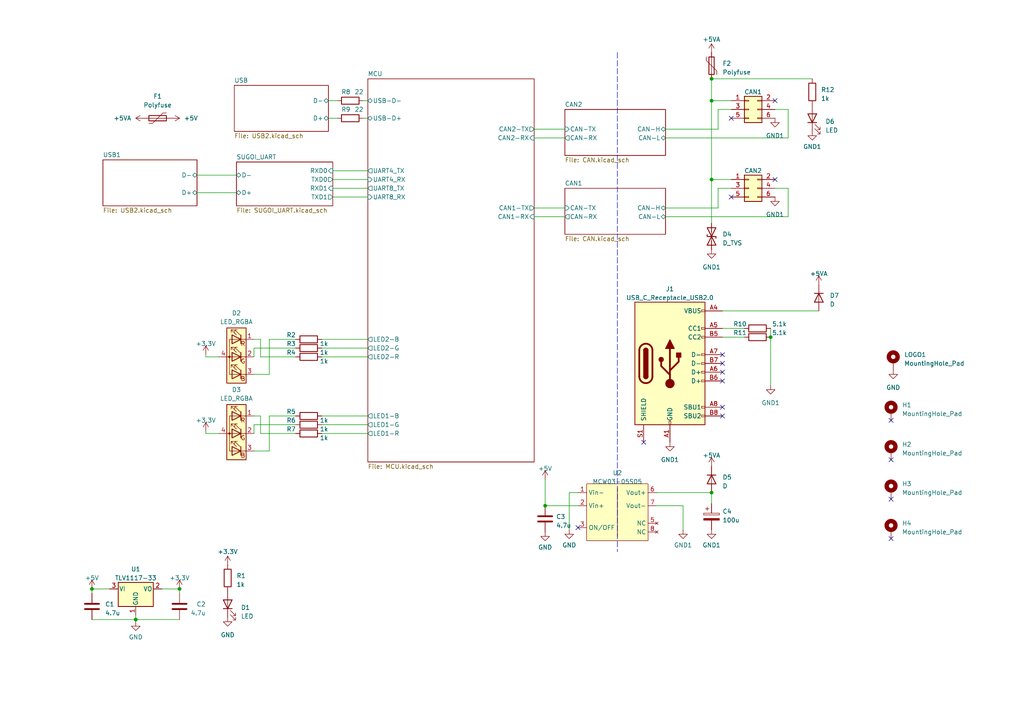
<source format=kicad_sch>
(kicad_sch (version 20231120) (generator "eeschema") (generator_version "8.0")
  (paper "A4")
  (lib_symbols
    (symbol "+5VA_1" (power) (pin_numbers hide) (pin_names (offset 0) hide)
      (property "Value" "+5VA" (at 0 3.556 0))
      (symbol "+5VA_1_0_1"
        (polyline (pts (xy -0.762 1.27) (xy 0 2.54)))
        (polyline (pts (xy 0 0) (xy 0 2.54)))
        (polyline (pts (xy 0 2.54) (xy 0.762 1.27)))
      )
      (symbol "+5VA_1_1_1"
        (pin power_in line (at 0 0 90) (length 0) (name "~") (number "1"))
      )
    )
    (symbol "+5V_1" (power) (pin_numbers hide) (pin_names (offset 0) hide)
      (property "Value" "+5V" (at 0 3.556 0))
      (symbol "+5V_1_0_1"
        (polyline (pts (xy -0.762 1.27) (xy 0 2.54)))
        (polyline (pts (xy 0 0) (xy 0 2.54)))
        (polyline (pts (xy 0 2.54) (xy 0.762 1.27)))
      )
      (symbol "+5V_1_1_1"
        (pin power_in line (at 0 0 90) (length 0) (name "~") (number "1"))
      )
    )
    (symbol "Connector:USB_C_Receptacle_USB2.0" (pin_names (offset 1.016))
      (property "Reference" "J" (at -10.16 19.05 0))
      (property "Value" "USB_C_Receptacle_USB2.0" (at 19.05 19.05 0))
      (symbol "USB_C_Receptacle_USB2.0_0_0"
        (rectangle (start -0.254 -17.78) (end 0.254 -16.764))
        (rectangle (start 10.16 -14.986) (end 9.144 -15.494))
        (rectangle (start 10.16 -12.446) (end 9.144 -12.954))
        (rectangle (start 10.16 -4.826) (end 9.144 -5.334))
        (rectangle (start 10.16 -2.286) (end 9.144 -2.794))
        (rectangle (start 10.16 0.254) (end 9.144 -0.254))
        (rectangle (start 10.16 2.794) (end 9.144 2.286))
        (rectangle (start 10.16 7.874) (end 9.144 7.366))
        (rectangle (start 10.16 10.414) (end 9.144 9.906))
        (rectangle (start 10.16 15.494) (end 9.144 14.986))
      )
      (symbol "USB_C_Receptacle_USB2.0_0_1"
        (rectangle (start -10.16 17.78) (end 10.16 -17.78) (stroke (width 0.254)) (fill (type background)))
        (arc (start -8.89 -3.81) (mid -6.985 -5.7067) (end -5.08 -3.81) (stroke (width 0.508)))
        (arc (start -7.62 -3.81) (mid -6.985 -4.4423) (end -6.35 -3.81) (stroke (width 0.254)))
        (arc (start -7.62 -3.81) (mid -6.985 -4.4423) (end -6.35 -3.81) (stroke (width 0.254)) (fill (type outline)))
        (rectangle (start -7.62 -3.81) (end -6.35 3.81) (stroke (width 0.254)) (fill (type outline)))
        (arc (start -6.35 3.81) (mid -6.985 4.4423) (end -7.62 3.81) (stroke (width 0.254)))
        (arc (start -6.35 3.81) (mid -6.985 4.4423) (end -7.62 3.81) (stroke (width 0.254)) (fill (type outline)))
        (arc (start -5.08 3.81) (mid -6.985 5.7067) (end -8.89 3.81) (stroke (width 0.508)))
        (circle (center -2.54 1.143) (radius 0.635) (stroke (width 0.254)) (fill (type outline)))
        (circle (center 0 -5.842) (radius 1.27) (fill (type outline)))
        (polyline (pts (xy -8.89 -3.81) (xy -8.89 3.81)) (stroke (width 0.508)))
        (polyline (pts (xy -5.08 3.81) (xy -5.08 -3.81)) (stroke (width 0.508)))
        (polyline (pts (xy 0 -5.842) (xy 0 4.318)) (stroke (width 0.508)))
        (polyline (pts (xy 0 -3.302) (xy -2.54 -0.762) (xy -2.54 0.508)) (stroke (width 0.508)))
        (polyline (pts (xy 0 -2.032) (xy 2.54 0.508) (xy 2.54 1.778)) (stroke (width 0.508)))
        (polyline (pts (xy -1.27 4.318) (xy 0 6.858) (xy 1.27 4.318) (xy -1.27 4.318)) (stroke (width 0.254)) (fill (type outline)))
        (rectangle (start 1.905 1.778) (end 3.175 3.048) (stroke (width 0.254)) (fill (type outline)))
      )
      (symbol "USB_C_Receptacle_USB2.0_1_1"
        (pin passive line (at 0 -22.86 90) (length 5.08) (name "GND") (number "A1"))
        (pin passive line (at 0 -22.86 90) (length 5.08) hide (name "GND") (number "A12"))
        (pin passive line (at 15.24 15.24 180) (length 5.08) (name "VBUS") (number "A4"))
        (pin bidirectional line (at 15.24 10.16 180) (length 5.08) (name "CC1") (number "A5"))
        (pin bidirectional line (at 15.24 -2.54 180) (length 5.08) (name "D+") (number "A6"))
        (pin bidirectional line (at 15.24 2.54 180) (length 5.08) (name "D-") (number "A7"))
        (pin bidirectional line (at 15.24 -12.7 180) (length 5.08) (name "SBU1") (number "A8"))
        (pin passive line (at 15.24 15.24 180) (length 5.08) hide (name "VBUS") (number "A9"))
        (pin passive line (at 0 -22.86 90) (length 5.08) hide (name "GND") (number "B1"))
        (pin passive line (at 0 -22.86 90) (length 5.08) hide (name "GND") (number "B12"))
        (pin passive line (at 15.24 15.24 180) (length 5.08) hide (name "VBUS") (number "B4"))
        (pin bidirectional line (at 15.24 7.62 180) (length 5.08) (name "CC2") (number "B5"))
        (pin bidirectional line (at 15.24 -5.08 180) (length 5.08) (name "D+") (number "B6"))
        (pin bidirectional line (at 15.24 0 180) (length 5.08) (name "D-") (number "B7"))
        (pin bidirectional line (at 15.24 -15.24 180) (length 5.08) (name "SBU2") (number "B8"))
        (pin passive line (at 15.24 15.24 180) (length 5.08) hide (name "VBUS") (number "B9"))
        (pin passive line (at -7.62 -22.86 90) (length 5.08) (name "SHIELD") (number "S1"))
      )
    )
    (symbol "Connector_Generic:Conn_02x03_Odd_Even" (pin_names (offset 1.016) hide)
      (property "Reference" "J" (at 1.27 5.08 0))
      (property "Value" "Conn_02x03_Odd_Even" (at 1.27 -5.08 0))
      (symbol "Conn_02x03_Odd_Even_1_1"
        (rectangle (start -1.27 -2.413) (end 0 -2.667) (stroke (width 0.1524)))
        (rectangle (start -1.27 0.127) (end 0 -0.127) (stroke (width 0.1524)))
        (rectangle (start -1.27 2.667) (end 0 2.413) (stroke (width 0.1524)))
        (rectangle (start -1.27 3.81) (end 3.81 -3.81) (stroke (width 0.254)) (fill (type background)))
        (rectangle (start 3.81 -2.413) (end 2.54 -2.667) (stroke (width 0.1524)))
        (rectangle (start 3.81 0.127) (end 2.54 -0.127) (stroke (width 0.1524)))
        (rectangle (start 3.81 2.667) (end 2.54 2.413) (stroke (width 0.1524)))
        (pin passive line (at -5.08 2.54 0) (length 3.81) (name "Pin_1") (number "1"))
        (pin passive line (at 7.62 2.54 180) (length 3.81) (name "Pin_2") (number "2"))
        (pin passive line (at -5.08 0 0) (length 3.81) (name "Pin_3") (number "3"))
        (pin passive line (at 7.62 0 180) (length 3.81) (name "Pin_4") (number "4"))
        (pin passive line (at -5.08 -2.54 0) (length 3.81) (name "Pin_5") (number "5"))
        (pin passive line (at 7.62 -2.54 180) (length 3.81) (name "Pin_6") (number "6"))
      )
    )
    (symbol "Device:C" (pin_numbers hide) (pin_names (offset 0.254))
      (property "Reference" "C" (at 0.635 2.54 0))
      (property "Value" "C" (at 0.635 -2.54 0))
      (symbol "C_0_1"
        (polyline (pts (xy -2.032 -0.762) (xy 2.032 -0.762)) (stroke (width 0.508)))
        (polyline (pts (xy -2.032 0.762) (xy 2.032 0.762)) (stroke (width 0.508)))
      )
      (symbol "C_1_1"
        (pin passive line (at 0 3.81 270) (length 2.794) (name "~") (number "1"))
        (pin passive line (at 0 -3.81 90) (length 2.794) (name "~") (number "2"))
      )
    )
    (symbol "Device:C_Polarized" (pin_numbers hide) (pin_names (offset 0.254))
      (property "Reference" "C" (at 0.635 2.54 0))
      (property "Value" "C_Polarized" (at 0.635 -2.54 0))
      (symbol "C_Polarized_0_1"
        (rectangle (start -2.286 0.508) (end 2.286 1.016))
        (polyline (pts (xy -1.778 2.286) (xy -0.762 2.286)))
        (polyline (pts (xy -1.27 2.794) (xy -1.27 1.778)))
        (rectangle (start 2.286 -0.508) (end -2.286 -1.016) (fill (type outline)))
      )
      (symbol "C_Polarized_1_1"
        (pin passive line (at 0 3.81 270) (length 2.794) (name "~") (number "1"))
        (pin passive line (at 0 -3.81 90) (length 2.794) (name "~") (number "2"))
      )
    )
    (symbol "Device:D" (pin_numbers hide) (pin_names (offset 1.016) hide)
      (property "Reference" "D" (at 0 2.54 0))
      (property "Value" "D" (at 0 -2.54 0))
      (symbol "D_0_1"
        (polyline (pts (xy -1.27 1.27) (xy -1.27 -1.27)) (stroke (width 0.254)))
        (polyline (pts (xy 1.27 0) (xy -1.27 0)))
        (polyline (pts (xy 1.27 1.27) (xy 1.27 -1.27) (xy -1.27 0) (xy 1.27 1.27)) (stroke (width 0.254)))
      )
      (symbol "D_1_1"
        (pin passive line (at -3.81 0 0) (length 2.54) (name "K") (number "1"))
        (pin passive line (at 3.81 0 180) (length 2.54) (name "A") (number "2"))
      )
    )
    (symbol "Device:D_TVS" (pin_numbers hide) (pin_names (offset 1.016) hide)
      (property "Reference" "D" (at 0 2.54 0))
      (property "Value" "D_TVS" (at 0 -2.54 0))
      (symbol "D_TVS_0_1"
        (polyline (pts (xy 1.27 0) (xy -1.27 0)))
        (polyline (pts (xy 0.508 1.27) (xy 0 1.27) (xy 0 -1.27) (xy -0.508 -1.27)) (stroke (width 0.254)))
        (polyline (pts (xy -2.54 1.27) (xy -2.54 -1.27) (xy 2.54 1.27) (xy 2.54 -1.27) (xy -2.54 1.27)) (stroke (width 0.254)))
      )
      (symbol "D_TVS_1_1"
        (pin passive line (at -3.81 0 0) (length 2.54) (name "A1") (number "1"))
        (pin passive line (at 3.81 0 180) (length 2.54) (name "A2") (number "2"))
      )
    )
    (symbol "Device:LED" (pin_numbers hide) (pin_names (offset 1.016) hide)
      (property "Reference" "D" (at 0 2.54 0))
      (property "Value" "LED" (at 0 -2.54 0))
      (symbol "LED_0_1"
        (polyline (pts (xy -1.27 -1.27) (xy -1.27 1.27)) (stroke (width 0.254)))
        (polyline (pts (xy -1.27 0) (xy 1.27 0)))
        (polyline (pts (xy 1.27 -1.27) (xy 1.27 1.27) (xy -1.27 0) (xy 1.27 -1.27)) (stroke (width 0.254)))
        (polyline (pts (xy -3.048 -0.762) (xy -4.572 -2.286) (xy -3.81 -2.286) (xy -4.572 -2.286) (xy -4.572 -1.524)))
        (polyline (pts (xy -1.778 -0.762) (xy -3.302 -2.286) (xy -2.54 -2.286) (xy -3.302 -2.286) (xy -3.302 -1.524)))
      )
      (symbol "LED_1_1"
        (pin passive line (at -3.81 0 0) (length 2.54) (name "K") (number "1"))
        (pin passive line (at 3.81 0 180) (length 2.54) (name "A") (number "2"))
      )
    )
    (symbol "Device:LED_RGBA" (pin_names (offset 0) hide)
      (property "Reference" "D" (at 0 9.398 0))
      (property "Value" "LED_RGBA" (at 0 -8.89 0))
      (symbol "LED_RGBA_0_0"
        (text "B" (at -1.905 -6.35 0) (effects (font (size 1.27 1.27))))
        (text "G" (at -1.905 -1.27 0) (effects (font (size 1.27 1.27))))
        (text "R" (at -1.905 3.81 0) (effects (font (size 1.27 1.27))))
      )
      (symbol "LED_RGBA_0_1"
        (polyline (pts (xy -1.27 -5.08) (xy -2.54 -5.08)))
        (polyline (pts (xy -1.27 -5.08) (xy 1.27 -5.08)))
        (polyline (pts (xy -1.27 -3.81) (xy -1.27 -6.35)) (stroke (width 0.254)))
        (polyline (pts (xy -1.27 0) (xy -2.54 0)))
        (polyline (pts (xy -1.27 1.27) (xy -1.27 -1.27)) (stroke (width 0.254)))
        (polyline (pts (xy -1.27 5.08) (xy -2.54 5.08)))
        (polyline (pts (xy -1.27 5.08) (xy 1.27 5.08)))
        (polyline (pts (xy -1.27 6.35) (xy -1.27 3.81)) (stroke (width 0.254)))
        (polyline (pts (xy 1.27 0) (xy -1.27 0)))
        (polyline (pts (xy 1.27 0) (xy 2.54 0)))
        (polyline (pts (xy -1.27 1.27) (xy -1.27 -1.27) (xy -1.27 -1.27)))
        (polyline (pts (xy -1.27 6.35) (xy -1.27 3.81) (xy -1.27 3.81)))
        (polyline (pts (xy 1.27 -5.08) (xy 2.032 -5.08) (xy 2.032 5.08) (xy 1.27 5.08)))
        (polyline (pts (xy 1.27 -3.81) (xy 1.27 -6.35) (xy -1.27 -5.08) (xy 1.27 -3.81)) (stroke (width 0.254)))
        (polyline (pts (xy 1.27 1.27) (xy 1.27 -1.27) (xy -1.27 0) (xy 1.27 1.27)) (stroke (width 0.254)))
        (polyline (pts (xy 1.27 6.35) (xy 1.27 3.81) (xy -1.27 5.08) (xy 1.27 6.35)) (stroke (width 0.254)))
        (polyline (pts (xy -1.016 -3.81) (xy 0.508 -2.286) (xy -0.254 -2.286) (xy 0.508 -2.286) (xy 0.508 -3.048)))
        (polyline (pts (xy -1.016 1.27) (xy 0.508 2.794) (xy -0.254 2.794) (xy 0.508 2.794) (xy 0.508 2.032)))
        (polyline (pts (xy -1.016 6.35) (xy 0.508 7.874) (xy -0.254 7.874) (xy 0.508 7.874) (xy 0.508 7.112)))
        (polyline (pts (xy 0 -3.81) (xy 1.524 -2.286) (xy 0.762 -2.286) (xy 1.524 -2.286) (xy 1.524 -3.048)))
        (polyline (pts (xy 0 1.27) (xy 1.524 2.794) (xy 0.762 2.794) (xy 1.524 2.794) (xy 1.524 2.032)))
        (polyline (pts (xy 0 6.35) (xy 1.524 7.874) (xy 0.762 7.874) (xy 1.524 7.874) (xy 1.524 7.112)))
        (rectangle (start 1.27 -1.27) (end 1.27 1.27))
        (rectangle (start 1.27 1.27) (end 1.27 1.27))
        (rectangle (start 1.27 3.81) (end 1.27 6.35))
        (rectangle (start 1.27 6.35) (end 1.27 6.35))
        (circle (center 2.032 0) (radius 0.254) (fill (type outline)))
        (rectangle (start 2.794 8.382) (end -2.794 -7.62) (stroke (width 0.254)) (fill (type background)))
      )
      (symbol "LED_RGBA_1_1"
        (pin passive line (at -5.08 5.08 0) (length 2.54) (name "RK") (number "1"))
        (pin passive line (at -5.08 0 0) (length 2.54) (name "GK") (number "2"))
        (pin passive line (at -5.08 -5.08 0) (length 2.54) (name "BK") (number "3"))
        (pin passive line (at 5.08 0 180) (length 2.54) (name "A") (number "4"))
      )
    )
    (symbol "Device:Polyfuse" (pin_numbers hide) (pin_names (offset 0))
      (property "Reference" "F" (at -2.54 0 90))
      (property "Value" "Polyfuse" (at 2.54 0 90))
      (symbol "Polyfuse_0_1"
        (rectangle (start -0.762 2.54) (end 0.762 -2.54) (stroke (width 0.254)))
        (polyline (pts (xy 0 2.54) (xy 0 -2.54)))
        (polyline (pts (xy -1.524 2.54) (xy -1.524 1.524) (xy 1.524 -1.524) (xy 1.524 -2.54)))
      )
      (symbol "Polyfuse_1_1"
        (pin passive line (at 0 3.81 270) (length 1.27) (name "~") (number "1"))
        (pin passive line (at 0 -3.81 90) (length 1.27) (name "~") (number "2"))
      )
    )
    (symbol "Device:R" (pin_numbers hide) (pin_names (offset 0))
      (property "Reference" "R" (at 2.032 0 90))
      (property "Value" "R" (at 0 0 90))
      (symbol "R_0_1"
        (rectangle (start -1.016 -2.54) (end 1.016 2.54) (stroke (width 0.254)))
      )
      (symbol "R_1_1"
        (pin passive line (at 0 3.81 270) (length 1.27) (name "~") (number "1"))
        (pin passive line (at 0 -3.81 90) (length 1.27) (name "~") (number "2"))
      )
    )
    (symbol "Mechanical:MountingHole_Pad" (pin_numbers hide) (pin_names (offset 1.016) hide)
      (property "Reference" "H" (at 0 6.35 0))
      (property "Value" "MountingHole_Pad" (at 0 4.445 0))
      (symbol "MountingHole_Pad_0_1"
        (circle (center 0 1.27) (radius 1.27) (stroke (width 1.27)))
      )
      (symbol "MountingHole_Pad_1_1"
        (pin input line (at 0 -2.54 90) (length 2.54) (name "1") (number "1"))
      )
    )
    (symbol "Regulator_Linear:TLV1117-33" (pin_names (offset 0.254))
      (property "Reference" "U" (at -3.81 3.175 0))
      (property "Value" "TLV1117-33" (at 0 3.175 0))
      (symbol "TLV1117-33_0_1"
        (rectangle (start -5.08 -5.08) (end 5.08 1.905) (stroke (width 0.254)) (fill (type background)))
      )
      (symbol "TLV1117-33_1_1"
        (pin power_in line (at 0 -7.62 90) (length 2.54) (name "GND") (number "1"))
        (pin power_out line (at 7.62 0 180) (length 2.54) (name "VO") (number "2"))
        (pin power_in line (at -7.62 0 0) (length 2.54) (name "VI") (number "3"))
      )
    )
    (symbol "Robocon_Analog:MCWI03-12S05"
      (property "Reference" "U" (at 0 0 0))
      (property "Value" "MCW03-05S05" (at 0 0 0))
      (symbol "MCWI03-12S05_0_1"
        (rectangle (start -8.89 -1.27) (end 8.89 -17.78) (fill (type background)))
        (polyline (pts (xy 0 -2.54) (xy 0 -16.51)))
      )
      (symbol "MCWI03-12S05_1_1"
        (pin power_in line (at -11.43 -3.81 0) (length 2.54) (name "Vin-") (number "1"))
        (pin power_in line (at -11.43 -7.62 0) (length 2.54) (name "Vin+") (number "2"))
        (pin input line (at -11.43 -13.97 0) (length 2.54) (name "ON/OFF") (number "3"))
        (pin no_connect line (at 11.43 -12.7 180) (length 2.54) (name "NC") (number "5"))
        (pin power_out line (at 11.43 -3.81 180) (length 2.54) (name "Vout+") (number "6"))
        (pin power_out line (at 11.43 -7.62 180) (length 2.54) (name "Vout-") (number "7"))
        (pin no_connect line (at 11.43 -15.24 180) (length 2.54) (name "NC") (number "8"))
      )
    )
    (symbol "power:+3.3V" (power) (pin_names (offset 0))
      (property "Value" "+3.3V" (at 0 3.556 0))
      (symbol "+3.3V_0_1"
        (polyline (pts (xy -0.762 1.27) (xy 0 2.54)))
        (polyline (pts (xy 0 0) (xy 0 2.54)))
        (polyline (pts (xy 0 2.54) (xy 0.762 1.27)))
      )
      (symbol "+3.3V_1_1"
        (pin power_in line (at 0 0 90) (length 0) hide (name "+3.3V") (number "1"))
      )
    )
    (symbol "power:+5V" (power) (pin_names (offset 0))
      (property "Value" "+5V" (at 0 3.556 0))
      (symbol "+5V_0_1"
        (polyline (pts (xy -0.762 1.27) (xy 0 2.54)))
        (polyline (pts (xy 0 0) (xy 0 2.54)))
        (polyline (pts (xy 0 2.54) (xy 0.762 1.27)))
      )
      (symbol "+5V_1_1"
        (pin power_in line (at 0 0 90) (length 0) hide (name "+5V") (number "1"))
      )
    )
    (symbol "power:+5VA" (power) (pin_names (offset 0))
      (property "Value" "+5VA" (at 0 3.556 0))
      (symbol "+5VA_0_1"
        (polyline (pts (xy -0.762 1.27) (xy 0 2.54)))
        (polyline (pts (xy 0 0) (xy 0 2.54)))
        (polyline (pts (xy 0 2.54) (xy 0.762 1.27)))
      )
      (symbol "+5VA_1_1"
        (pin power_in line (at 0 0 90) (length 0) hide (name "+5VA") (number "1"))
      )
    )
    (symbol "power:GND" (power) (pin_names (offset 0))
      (property "Value" "GND" (at 0 -3.81 0))
      (symbol "GND_0_1"
        (polyline (pts (xy 0 0) (xy 0 -1.27) (xy 1.27 -1.27) (xy 0 -2.54) (xy -1.27 -1.27) (xy 0 -1.27)))
      )
      (symbol "GND_1_1"
        (pin power_in line (at 0 0 270) (length 0) hide (name "GND") (number "1"))
      )
    )
    (symbol "power:GND1" (power) (pin_names (offset 0))
      (property "Value" "GND1" (at 0 -3.81 0))
      (symbol "GND1_0_1"
        (polyline (pts (xy 0 0) (xy 0 -1.27) (xy 1.27 -1.27) (xy 0 -2.54) (xy -1.27 -1.27) (xy 0 -1.27)))
      )
      (symbol "GND1_1_1"
        (pin power_in line (at 0 0 270) (length 0) hide (name "GND1") (number "1"))
      )
    )
  )
  (junction (at 52.07 170.815))
  (junction (at 223.52 97.79))
  (junction (at 206.375 52.07))
  (junction (at 26.67 170.815))
  (junction (at 39.37 179.705))
  (junction (at 206.375 22.86))
  (junction (at 206.375 142.875))
  (junction (at 206.375 29.21))
  (junction (at 158.115 146.685))
  (no_connect (at 258.445 121.92))
  (no_connect (at 258.445 133.35))
  (no_connect (at 224.79 52.07))
  (no_connect (at 209.55 102.87))
  (no_connect (at 209.55 107.95))
  (no_connect (at 209.55 105.41))
  (no_connect (at 212.09 57.15))
  (no_connect (at 224.79 29.21))
  (no_connect (at 209.55 118.11))
  (no_connect (at 258.445 144.78))
  (no_connect (at 258.445 156.21))
  (no_connect (at 167.64 153.035))
  (no_connect (at 186.69 128.27))
  (no_connect (at 209.55 120.65))
  (no_connect (at 209.55 110.49))
  (no_connect (at 212.09 34.29))
  (wire (pts (xy 224.79 54.61) (xy 228.6 54.61)))
  (wire (pts (xy 46.99 170.815) (xy 52.07 170.815)))
  (wire (pts (xy 75.565 120.65) (xy 75.565 125.73)))
  (wire (pts (xy 39.37 180.34) (xy 39.37 179.705)))
  (wire (pts (xy 73.66 98.425) (xy 75.565 98.425)))
  (wire (pts (xy 52.07 170.815) (xy 52.07 172.085)))
  (wire (pts (xy 206.375 22.86) (xy 206.375 29.21)))
  (wire (pts (xy 26.67 170.815) (xy 31.75 170.815)))
  (wire (pts (xy 93.345 123.19) (xy 106.68 123.19)))
  (wire (pts (xy 193.04 60.325) (xy 208.28 60.325)))
  (wire (pts (xy 154.94 40.005) (xy 163.83 40.005)))
  (wire (pts (xy 96.52 52.07) (xy 106.68 52.07)))
  (wire (pts (xy 73.66 100.965) (xy 73.66 103.505)))
  (wire (pts (xy 78.105 98.425) (xy 85.725 98.425)))
  (wire (pts (xy 208.28 31.75) (xy 212.09 31.75)))
  (wire (pts (xy 59.69 125.095) (xy 59.69 125.73)))
  (wire (pts (xy 78.105 120.65) (xy 85.725 120.65)))
  (polyline (pts (xy 179.07 15.24) (xy 179.07 160.02)) (stroke (width 0) (type dash)))
  (wire (pts (xy 165.1 153.67) (xy 165.1 142.875)))
  (wire (pts (xy 26.67 170.815) (xy 26.67 172.085)))
  (wire (pts (xy 57.15 50.8) (xy 68.58 50.8)))
  (wire (pts (xy 154.94 60.325) (xy 163.83 60.325)))
  (wire (pts (xy 206.375 29.21) (xy 206.375 52.07)))
  (wire (pts (xy 93.345 100.965) (xy 106.68 100.965)))
  (wire (pts (xy 73.66 120.65) (xy 75.565 120.65)))
  (wire (pts (xy 59.69 125.73) (xy 63.5 125.73)))
  (wire (pts (xy 59.69 103.505) (xy 63.5 103.505)))
  (wire (pts (xy 223.52 95.25) (xy 223.52 97.79)))
  (wire (pts (xy 78.105 98.425) (xy 78.105 108.585)))
  (wire (pts (xy 73.66 130.81) (xy 78.105 130.81)))
  (wire (pts (xy 96.52 57.15) (xy 106.68 57.15)))
  (wire (pts (xy 75.565 125.73) (xy 85.725 125.73)))
  (wire (pts (xy 96.52 54.61) (xy 106.68 54.61)))
  (wire (pts (xy 158.115 146.685) (xy 167.64 146.685)))
  (wire (pts (xy 106.68 125.73) (xy 93.345 125.73)))
  (wire (pts (xy 59.69 102.87) (xy 59.69 103.505)))
  (wire (pts (xy 154.94 62.865) (xy 163.83 62.865)))
  (wire (pts (xy 198.12 146.685) (xy 198.12 153.67)))
  (wire (pts (xy 228.6 54.61) (xy 228.6 62.865)))
  (wire (pts (xy 206.375 29.21) (xy 212.09 29.21)))
  (wire (pts (xy 206.375 22.86) (xy 235.585 22.86)))
  (wire (pts (xy 209.55 97.79) (xy 215.9 97.79)))
  (wire (pts (xy 209.55 95.25) (xy 215.9 95.25)))
  (wire (pts (xy 165.1 142.875) (xy 167.64 142.875)))
  (wire (pts (xy 73.66 108.585) (xy 78.105 108.585)))
  (wire (pts (xy 206.375 52.07) (xy 206.375 64.77)))
  (wire (pts (xy 208.28 54.61) (xy 208.28 60.325)))
  (wire (pts (xy 193.04 62.865) (xy 228.6 62.865)))
  (wire (pts (xy 158.115 139.065) (xy 158.115 146.685)))
  (wire (pts (xy 57.15 55.88) (xy 68.58 55.88)))
  (wire (pts (xy 105.41 34.29) (xy 106.68 34.29)))
  (wire (pts (xy 228.6 31.75) (xy 228.6 40.005)))
  (wire (pts (xy 85.725 100.965) (xy 73.66 100.965)))
  (wire (pts (xy 206.375 52.07) (xy 212.09 52.07)))
  (wire (pts (xy 93.345 120.65) (xy 106.68 120.65)))
  (wire (pts (xy 75.565 103.505) (xy 85.725 103.505)))
  (wire (pts (xy 73.66 123.19) (xy 73.66 125.73)))
  (wire (pts (xy 93.345 98.425) (xy 106.68 98.425)))
  (wire (pts (xy 209.55 90.17) (xy 237.49 90.17)))
  (wire (pts (xy 26.67 179.705) (xy 39.37 179.705)))
  (wire (pts (xy 96.52 49.53) (xy 106.68 49.53)))
  (wire (pts (xy 85.725 123.19) (xy 73.66 123.19)))
  (wire (pts (xy 75.565 98.425) (xy 75.565 103.505)))
  (wire (pts (xy 206.375 146.05) (xy 206.375 142.875)))
  (wire (pts (xy 52.07 179.705) (xy 39.37 179.705)))
  (wire (pts (xy 193.04 37.465) (xy 208.28 37.465)))
  (wire (pts (xy 208.28 31.75) (xy 208.28 37.465)))
  (wire (pts (xy 105.41 29.21) (xy 106.68 29.21)))
  (wire (pts (xy 95.25 29.21) (xy 97.79 29.21)))
  (wire (pts (xy 154.94 37.465) (xy 163.83 37.465)))
  (wire (pts (xy 95.25 34.29) (xy 97.79 34.29)))
  (wire (pts (xy 78.105 120.65) (xy 78.105 130.81)))
  (wire (pts (xy 208.28 54.61) (xy 212.09 54.61)))
  (wire (pts (xy 206.375 142.875) (xy 190.5 142.875)))
  (wire (pts (xy 190.5 146.685) (xy 198.12 146.685)))
  (wire (pts (xy 39.37 179.705) (xy 39.37 178.435)))
  (wire (pts (xy 223.52 97.79) (xy 223.52 111.76)))
  (wire (pts (xy 193.04 40.005) (xy 228.6 40.005)))
  (wire (pts (xy 224.79 31.75) (xy 228.6 31.75)))
  (wire (pts (xy 93.345 103.505) (xy 106.68 103.505)))
  (symbol (lib_id "power:GND1") (at 224.79 57.15 0) (unit 1)
    (property "Reference" "#PWR021" (effects (hide yes)))
    (property "Value" "GND1" (at 224.79 62.23 0))
  )
  (symbol (lib_id "Device:LED") (at 66.04 175.26 90) (unit 1)
    (property "Reference" "D1" (at 69.85 176.2125 90) (effects (justify right)))
    (property "Value" "LED" (at 69.85 178.7525 90) (effects (justify right)))
    (property "Footprint" "LED_SMD:LED_0603_1608Metric_Pad1.05x0.95mm_HandSolder" (effects (hide yes)))
  )
  (symbol (lib_id "Mechanical:MountingHole_Pad") (at 258.445 153.67 0) (unit 1)
    (property "Reference" "H4" (at 261.62 151.765 0) (effects (justify left)))
    (property "Value" "MountingHole_Pad" (at 261.62 154.305 0) (effects (justify left)))
    (property "Footprint" "MountingHole:MountingHole_3.2mm_M3_ISO14580_Pad" (effects (hide yes)))
  )
  (symbol (lib_id "power:+5VA") (at 237.49 82.55 0) (unit 1)
    (property "Reference" "#PWR023" (effects (hide yes)))
    (property "Value" "+5VA" (at 237.49 79.375 0))
  )
  (symbol (lib_id "power:GND") (at 259.08 107.315 0) (unit 1)
    (property "Reference" "#PWR024" (effects (hide yes)))
    (property "Value" "GND" (at 259.08 112.395 0))
  )
  (symbol (lib_id "power:+3.3V") (at 59.69 125.095 0) (unit 1)
    (property "Reference" "#PWR07" (effects (hide yes)))
    (property "Value" "+3.3V" (at 59.69 121.92 0))
  )
  (symbol (lib_id "Device:C") (at 26.67 175.895 0) (unit 1)
    (property "Reference" "C1" (at 30.48 175.26 0) (effects (justify left)))
    (property "Value" "4.7u" (at 30.48 177.8 0) (effects (justify left)))
    (property "Footprint" "Capacitor_SMD:C_0805_2012Metric_Pad1.18x1.45mm_HandSolder" (effects (hide yes)))
  )
  (symbol (lib_id "Connector:USB_C_Receptacle_USB2.0") (at 194.31 105.41 0) (unit 1)
    (property "Reference" "J1" (at 194.31 83.82 0))
    (property "Value" "USB_C_Receptacle_USB2.0" (at 194.31 86.36 0))
    (property "Footprint" "Connector_USB:USB_C_Receptacle_GCT_USB4105-xx-A_16P_TopMnt_Horizontal" (effects (hide yes)))
    (property "Datasheet" "https://www.usb.org/sites/default/files/documents/usb_type-c.zip" (effects (hide yes)))
  )
  (symbol (lib_id "Device:C_Polarized") (at 206.375 149.86 0) (unit 1)
    (property "Reference" "C4" (at 209.55 148.336 0) (effects (justify left)))
    (property "Value" "100u" (at 209.55 150.876 0) (effects (justify left)))
    (property "Footprint" "Capacitor_SMD:CP_Elec_6.3x7.7" (effects (hide yes)))
  )
  (symbol (lib_id "Device:R") (at 101.6 34.29 90) (unit 1)
    (property "Reference" "R9" (at 100.33 31.75 90))
    (property "Value" "22" (at 104.14 31.75 90))
    (property "Footprint" "Resistor_SMD:R_0603_1608Metric_Pad0.98x0.95mm_HandSolder" (effects (hide yes)))
  )
  (symbol (lib_id "Mechanical:MountingHole_Pad") (at 259.08 104.775 0) (unit 1)
    (property "Reference" "LOGO1" (at 262.255 102.87 0) (effects (justify left)))
    (property "Value" "MountingHole_Pad" (at 262.255 105.41 0) (effects (justify left)))
    (property "Footprint" "Sabanekko_icon:sabanegi" (effects (hide yes)))
  )
  (symbol (lib_id "power:GND") (at 158.115 154.305 0) (unit 1)
    (property "Reference" "#PWR011" (effects (hide yes)))
    (property "Value" "GND" (at 158.115 158.75 0))
  )
  (symbol (lib_id "Device:C") (at 52.07 175.895 0) (mirror y) (unit 1)
    (property "Reference" "C2" (at 59.69 175.26 0) (effects (justify left)))
    (property "Value" "4.7u" (at 59.69 177.8 0) (effects (justify left)))
    (property "Footprint" "Capacitor_SMD:C_0805_2012Metric_Pad1.18x1.45mm_HandSolder" (effects (hide yes)))
  )
  (symbol (lib_id "power:+5V") (at 158.115 139.065 0) (unit 1)
    (property "Reference" "#PWR010" (effects (hide yes)))
    (property "Value" "+5V" (at 158.115 135.89 0))
  )
  (symbol (lib_id "Device:LED") (at 235.585 34.29 90) (unit 1)
    (property "Reference" "D6" (at 239.395 35.2425 90) (effects (justify right)))
    (property "Value" "LED" (at 239.395 37.7825 90) (effects (justify right)))
    (property "Footprint" "LED_SMD:LED_0603_1608Metric_Pad1.05x0.95mm_HandSolder" (effects (hide yes)))
  )
  (symbol (lib_id "power:+5VA") (at 206.375 15.24 0) (unit 1)
    (property "Reference" "#PWR015" (effects (hide yes)))
    (property "Value" "+5VA" (at 206.375 11.43 0))
  )
  (symbol (lib_id "Device:R") (at 89.535 100.965 90) (unit 1)
    (property "Reference" "R3" (at 84.455 99.695 90))
    (property "Value" "1k" (at 93.98 102.235 90))
    (property "Footprint" "Resistor_SMD:R_0603_1608Metric_Pad0.98x0.95mm_HandSolder" (effects (hide yes)))
  )
  (symbol (lib_name "+5V_1") (lib_id "power:+5V") (at 49.53 34.29 270) (unit 1)
    (property "Reference" "#PWR04" (effects (hide yes)))
    (property "Value" "+5V" (at 53.34 34.2899 90) (effects (justify left)))
    (property "Description" "Power symbol creates a global label with name \"+5V\"" (effects (hide yes)))
  )
  (symbol (lib_id "power:GND") (at 165.1 153.67 0) (unit 1)
    (property "Reference" "#PWR012" (effects (hide yes)))
    (property "Value" "GND" (at 165.1 158.115 0))
  )
  (symbol (lib_id "power:GND1") (at 224.79 34.29 0) (unit 1)
    (property "Reference" "#PWR020" (effects (hide yes)))
    (property "Value" "GND1" (at 224.79 39.37 0))
  )
  (symbol (lib_id "Device:R") (at 101.6 29.21 90) (unit 1)
    (property "Reference" "R8" (at 100.33 26.67 90))
    (property "Value" "22" (at 104.14 26.67 90))
    (property "Footprint" "Resistor_SMD:R_0603_1608Metric_Pad0.98x0.95mm_HandSolder" (effects (hide yes)))
  )
  (symbol (lib_id "power:GND1") (at 206.375 153.67 0) (unit 1)
    (property "Reference" "#PWR018" (effects (hide yes)))
    (property "Value" "GND1" (at 206.375 158.115 0))
  )
  (symbol (lib_id "power:+5V") (at 26.67 170.815 0) (unit 1)
    (property "Reference" "#PWR01" (effects (hide yes)))
    (property "Value" "+5V" (at 26.67 167.64 0))
  )
  (symbol (lib_id "Device:R") (at 219.71 97.79 90) (unit 1)
    (property "Reference" "R11" (at 214.63 96.52 90))
    (property "Value" "5.1k" (at 226.06 96.52 90))
    (property "Footprint" "Resistor_SMD:R_0603_1608Metric_Pad0.98x0.95mm_HandSolder" (effects (hide yes)))
  )
  (symbol (lib_id "Regulator_Linear:TLV1117-33") (at 39.37 170.815 0) (unit 1)
    (property "Reference" "U1" (at 39.37 165.1 0))
    (property "Value" "TLV1117-33" (at 39.37 167.64 0))
    (property "Footprint" "Package_TO_SOT_SMD:SOT-223-3_TabPin2" (effects (hide yes)))
    (property "Datasheet" "http://www.ti.com/lit/ds/symlink/tlv1117.pdf" (effects (hide yes)))
  )
  (symbol (lib_id "power:GND1") (at 235.585 38.1 0) (unit 1)
    (property "Reference" "#PWR022" (effects (hide yes)))
    (property "Value" "GND1" (at 235.585 42.545 0))
  )
  (symbol (lib_id "Device:LED_RGBA") (at 68.58 125.73 0) (mirror y) (unit 1)
    (property "Reference" "D3" (at 68.58 113.03 0))
    (property "Value" "LED_RGBA" (at 68.58 115.57 0))
    (property "Footprint" "LED_SMD:LED_LiteOn_LTST-C19HE1WT" (effects (hide yes)))
  )
  (symbol (lib_id "Mechanical:MountingHole_Pad") (at 258.445 142.24 0) (unit 1)
    (property "Reference" "H3" (at 261.62 140.335 0) (effects (justify left)))
    (property "Value" "MountingHole_Pad" (at 261.62 142.875 0) (effects (justify left)))
    (property "Footprint" "MountingHole:MountingHole_3.2mm_M3_ISO14580_Pad" (effects (hide yes)))
  )
  (symbol (lib_id "Device:R") (at 89.535 123.19 90) (unit 1)
    (property "Reference" "R6" (at 84.455 121.92 90))
    (property "Value" "1k" (at 93.98 124.46 90))
    (property "Footprint" "Resistor_SMD:R_0603_1608Metric_Pad0.98x0.95mm_HandSolder" (effects (hide yes)))
  )
  (symbol (lib_id "power:GND1") (at 206.375 72.39 0) (unit 1)
    (property "Reference" "#PWR016" (effects (hide yes)))
    (property "Value" "GND1" (at 206.375 77.47 0))
  )
  (symbol (lib_id "power:GND1") (at 223.52 111.76 0) (unit 1)
    (property "Reference" "#PWR019" (effects (hide yes)))
    (property "Value" "GND1" (at 223.52 116.84 0))
  )
  (symbol (lib_id "Device:R") (at 66.04 167.64 0) (unit 1)
    (property "Reference" "R1" (at 68.58 167.005 0) (effects (justify left)))
    (property "Value" "1k" (at 68.58 169.545 0) (effects (justify left)))
    (property "Footprint" "Resistor_SMD:R_0603_1608Metric_Pad0.98x0.95mm_HandSolder" (effects (hide yes)))
  )
  (symbol (lib_id "Device:D") (at 237.49 86.36 270) (unit 1)
    (property "Reference" "D7" (at 240.665 85.725 90) (effects (justify left)))
    (property "Value" "D" (at 240.665 88.265 90) (effects (justify left)))
    (property "Footprint" "Diode_SMD:D_SOD-123" (effects (hide yes)))
    (property "Sim.Device" "D" (effects (hide yes)))
    (property "Sim.Pins" "1=K 2=A" (effects (hide yes)))
  )
  (symbol (lib_id "power:GND1") (at 194.31 128.27 0) (unit 1)
    (property "Reference" "#PWR013" (effects (hide yes)))
    (property "Value" "GND1" (at 194.31 133.35 0))
  )
  (symbol (lib_name "+5VA_1") (lib_id "power:+5VA") (at 41.91 34.29 90) (unit 1)
    (property "Reference" "#PWR03" (effects (hide yes)))
    (property "Value" "+5VA" (at 38.1 34.2899 90) (effects (justify left)))
    (property "Description" "Power symbol creates a global label with name \"+5VA\"" (effects (hide yes)))
  )
  (symbol (lib_id "Connector_Generic:Conn_02x03_Odd_Even") (at 217.17 31.75 0) (unit 1)
    (property "Reference" "CAN1" (at 218.44 26.67 0))
    (property "Value" "Conn_02x03_Odd_Even" (effects (hide yes)))
    (property "Footprint" "Connector_IDC:IDC-Header_2x03_P2.54mm_Horizontal" (effects (hide yes)))
  )
  (symbol (lib_id "power:GND") (at 66.04 179.07 0) (unit 1)
    (property "Reference" "#PWR09" (effects (hide yes)))
    (property "Value" "GND" (at 66.04 184.15 0))
  )
  (symbol (lib_id "Device:R") (at 89.535 120.65 90) (unit 1)
    (property "Reference" "R5" (at 84.455 119.38 90))
    (property "Value" "1k" (at 93.98 121.92 90))
    (property "Footprint" "Resistor_SMD:R_0603_1608Metric_Pad0.98x0.95mm_HandSolder" (effects (hide yes)))
  )
  (symbol (lib_id "Device:D_TVS") (at 206.375 68.58 90) (unit 1)
    (property "Reference" "D4" (at 209.55 67.945 90) (effects (justify right)))
    (property "Value" "D_TVS" (at 209.55 70.485 90) (effects (justify right)))
    (property "Footprint" "Diode_SMD:D_0603_1608Metric_Pad1.05x0.95mm_HandSolder" (effects (hide yes)))
  )
  (symbol (lib_id "power:+3.3V") (at 66.04 163.83 0) (unit 1)
    (property "Reference" "#PWR08" (effects (hide yes)))
    (property "Value" "+3.3V" (at 66.04 160.02 0))
  )
  (symbol (lib_id "Device:R") (at 235.585 26.67 0) (unit 1)
    (property "Reference" "R12" (at 238.125 26.035 0) (effects (justify left)))
    (property "Value" "1k" (at 238.125 28.575 0) (effects (justify left)))
    (property "Footprint" "Resistor_SMD:R_0603_1608Metric_Pad0.98x0.95mm_HandSolder" (effects (hide yes)))
  )
  (symbol (lib_id "power:GND1") (at 198.12 153.67 0) (unit 1)
    (property "Reference" "#PWR014" (effects (hide yes)))
    (property "Value" "GND1" (at 198.12 158.115 0))
  )
  (symbol (lib_id "Device:D") (at 206.375 139.065 270) (unit 1)
    (property "Reference" "D5" (at 209.55 138.43 90) (effects (justify left)))
    (property "Value" "D" (at 209.55 140.97 90) (effects (justify left)))
    (property "Footprint" "Diode_SMD:D_SOD-123" (effects (hide yes)))
    (property "Sim.Device" "D" (effects (hide yes)))
    (property "Sim.Pins" "1=K 2=A" (effects (hide yes)))
  )
  (symbol (lib_id "Device:R") (at 89.535 98.425 90) (unit 1)
    (property "Reference" "R2" (at 84.455 97.155 90))
    (property "Value" "1k" (at 93.98 99.695 90))
    (property "Footprint" "Resistor_SMD:R_0603_1608Metric_Pad0.98x0.95mm_HandSolder" (effects (hide yes)))
  )
  (symbol (lib_id "power:+5VA") (at 206.375 135.255 0) (unit 1)
    (property "Reference" "#PWR017" (effects (hide yes)))
    (property "Value" "+5VA" (at 206.375 132.08 0))
  )
  (symbol (lib_id "power:GND") (at 39.37 180.34 0) (unit 1)
    (property "Reference" "#PWR02" (effects (hide yes)))
    (property "Value" "GND" (at 39.37 184.785 0))
  )
  (symbol (lib_id "Mechanical:MountingHole_Pad") (at 258.445 119.38 0) (unit 1)
    (property "Reference" "H1" (at 261.62 117.475 0) (effects (justify left)))
    (property "Value" "MountingHole_Pad" (at 261.62 120.015 0) (effects (justify left)))
    (property "Footprint" "MountingHole:MountingHole_3.2mm_M3_ISO14580_Pad" (effects (hide yes)))
  )
  (symbol (lib_id "power:+3.3V") (at 59.69 102.87 0) (unit 1)
    (property "Reference" "#PWR06" (effects (hide yes)))
    (property "Value" "+3.3V" (at 59.69 99.695 0))
  )
  (symbol (lib_id "Connector_Generic:Conn_02x03_Odd_Even") (at 217.17 54.61 0) (unit 1)
    (property "Reference" "CAN2" (at 218.44 49.53 0))
    (property "Value" "Conn_02x03_Odd_Even" (effects (hide yes)))
    (property "Footprint" "Connector_IDC:IDC-Header_2x03_P2.54mm_Horizontal" (effects (hide yes)))
  )
  (symbol (lib_id "Device:R") (at 89.535 125.73 90) (unit 1)
    (property "Reference" "R7" (at 84.455 124.46 90))
    (property "Value" "1k" (at 93.98 127 90))
    (property "Footprint" "Resistor_SMD:R_0603_1608Metric_Pad0.98x0.95mm_HandSolder" (effects (hide yes)))
  )
  (symbol (lib_id "power:+3.3V") (at 52.07 170.815 0) (unit 1)
    (property "Reference" "#PWR05" (effects (hide yes)))
    (property "Value" "+3.3V" (at 52.07 167.64 0))
  )
  (symbol (lib_id "Device:R") (at 89.535 103.505 90) (unit 1)
    (property "Reference" "R4" (at 84.455 102.235 90))
    (property "Value" "1k" (at 93.98 104.775 90))
    (property "Footprint" "Resistor_SMD:R_0603_1608Metric_Pad0.98x0.95mm_HandSolder" (effects (hide yes)))
  )
  (symbol (lib_id "Device:Polyfuse") (at 45.72 34.29 90) (unit 1)
    (property "Reference" "F1" (at 45.72 27.94 90))
    (property "Value" "Polyfuse" (at 45.72 30.48 90))
    (property "Footprint" "Fuse:Fuse_0805_2012Metric_Pad1.15x1.40mm_HandSolder" (effects (hide yes)))
    (property "Description" "Resettable fuse, polymeric positive temperature coefficient" (effects (hide yes)))
  )
  (symbol (lib_id "Mechanical:MountingHole_Pad") (at 258.445 130.81 0) (unit 1)
    (property "Reference" "H2" (at 261.62 128.905 0) (effects (justify left)))
    (property "Value" "MountingHole_Pad" (at 261.62 131.445 0) (effects (justify left)))
    (property "Footprint" "MountingHole:MountingHole_3.2mm_M3_ISO14580_Pad" (effects (hide yes)))
  )
  (symbol (lib_id "Device:Polyfuse") (at 206.375 19.05 0) (unit 1)
    (property "Reference" "F2" (at 209.55 18.415 0) (effects (justify left)))
    (property "Value" "Polyfuse" (at 209.55 20.955 0) (effects (justify left)))
    (property "Footprint" "Fuse:Fuse_0805_2012Metric_Pad1.15x1.40mm_HandSolder" (effects (hide yes)))
  )
  (symbol (lib_id "Device:LED_RGBA") (at 68.58 103.505 0) (mirror y) (unit 1)
    (property "Reference" "D2" (at 68.58 90.805 0))
    (property "Value" "LED_RGBA" (at 68.58 93.345 0))
    (property "Footprint" "LED_SMD:LED_LiteOn_LTST-C19HE1WT" (effects (hide yes)))
  )
  (symbol (lib_id "Robocon_Analog:MCWI03-12S05") (at 179.07 139.065 0) (unit 1)
    (property "Reference" "U2" (at 179.07 137.16 0))
    (property "Value" "MCW03-05S05" (at 179.07 139.7 0))
    (property "Footprint" "Robocon_Power:MCW03" (effects (hide yes)))
  )
  (symbol (lib_id "Device:C") (at 158.115 150.495 0) (unit 1)
    (property "Reference" "C3" (at 161.29 149.86 0) (effects (justify left)))
    (property "Value" "4.7u" (at 161.29 152.4 0) (effects (justify left)))
    (property "Footprint" "Capacitor_SMD:C_0805_2012Metric_Pad1.18x1.45mm_HandSolder" (effects (hide yes)))
  )
  (symbol (lib_id "Device:R") (at 219.71 95.25 90) (unit 1)
    (property "Reference" "R10" (at 214.63 93.98 90))
    (property "Value" "5.1k" (at 226.06 93.98 90))
    (property "Footprint" "Resistor_SMD:R_0603_1608Metric_Pad0.98x0.95mm_HandSolder" (effects (hide yes)))
  )
  (sheet (at 163.83 31.75) (size 29.21 13.335) (stroke (width 0.1524))
    (property "Sheetname" "CAN2" (at 163.83 31.0384 0) (effects (justify left bottom)))
    (property "Sheetfile" "CAN.kicad_sch" (at 163.83 45.6696 0) (effects (justify left top)))
    (pin "CAN-TX" input (at 163.83 37.465 180))
    (pin "CAN-RX" output (at 163.83 40.005 180))
    (pin "CAN-H" bidirectional (at 193.04 37.465 0))
    (pin "CAN-L" bidirectional (at 193.04 40.005 0))
  )
  (sheet (at 29.845 46.355) (size 27.305 13.335) (stroke (width 0.1524))
    (property "Sheetname" "USB1" (at 29.845 45.6434 0) (effects (justify left bottom)))
    (property "Sheetfile" "USB2.kicad_sch" (at 29.845 60.2746 0) (effects (justify left top)))
    (pin "D+" bidirectional (at 57.15 55.88 0))
    (pin "D-" bidirectional (at 57.15 50.8 0))
  )
  (sheet (at 106.68 22.86) (size 48.26 111.125) (stroke (width 0.1524))
    (property "Sheetname" "MCU" (at 106.68 22.1484 0) (effects (justify left bottom)))
    (property "Sheetfile" "MCU.kicad_sch" (at 106.68 134.5696 0) (effects (justify left top)))
    (pin "CAN1-TX" output (at 154.94 60.325 0))
    (pin "CAN1-RX" input (at 154.94 62.865 0))
    (pin "CAN2-RX" input (at 154.94 40.005 0))
    (pin "CAN2-TX" output (at 154.94 37.465 0))
    (pin "USB-D-" bidirectional (at 106.68 29.21 180))
    (pin "USB-D+" bidirectional (at 106.68 34.29 180))
    (pin "LED1-R" output (at 106.68 125.73 180))
    (pin "LED1-G" output (at 106.68 123.19 180))
    (pin "LED1-B" output (at 106.68 120.65 180))
    (pin "LED2-R" output (at 106.68 103.505 180))
    (pin "LED2-G" output (at 106.68 100.965 180))
    (pin "LED2-B" output (at 106.68 98.425 180))
    (pin "UART4_TX" output (at 106.68 49.53 180))
    (pin "UART4_RX" input (at 106.68 52.07 180))
    (pin "UART8_TX" output (at 106.68 54.61 180))
    (pin "UART8_RX" input (at 106.68 57.15 180))
  )
  (sheet (at 67.945 24.765) (size 27.305 13.335) (stroke (width 0.1524))
    (property "Sheetname" "USB" (at 67.945 24.0534 0) (effects (justify left bottom)))
    (property "Sheetfile" "USB2.kicad_sch" (at 67.945 38.6846 0) (effects (justify left top)))
    (pin "D+" bidirectional (at 95.25 34.29 0))
    (pin "D-" bidirectional (at 95.25 29.21 0))
  )
  (sheet (at 68.58 46.99) (size 27.94 12.7) (stroke (width 0.1524))
    (property "Sheetname" "SUGOI_UART" (at 68.58 46.2784 0) (effects (justify left bottom)))
    (property "Sheetfile" "SUGOI_UART.kicad_sch" (at 68.58 60.2746 0) (effects (justify left top)))
    (pin "TXD0" output (at 96.52 52.07 0))
    (pin "RXD0" input (at 96.52 49.53 0))
    (pin "RXD1" input (at 96.52 54.61 0))
    (pin "TXD1" output (at 96.52 57.15 0))
    (pin "D-" bidirectional (at 68.58 50.8 180))
    (pin "D+" bidirectional (at 68.58 55.88 180))
  )
  (sheet (at 163.83 54.61) (size 29.21 13.335) (stroke (width 0.1524))
    (property "Sheetname" "CAN1" (at 163.83 53.8984 0) (effects (justify left bottom)))
    (property "Sheetfile" "CAN.kicad_sch" (at 163.83 68.5296 0) (effects (justify left top)))
    (pin "CAN-TX" input (at 163.83 60.325 180))
    (pin "CAN-RX" output (at 163.83 62.865 180))
    (pin "CAN-H" bidirectional (at 193.04 60.325 0))
    (pin "CAN-L" bidirectional (at 193.04 62.865 0))
  )
)
</source>
